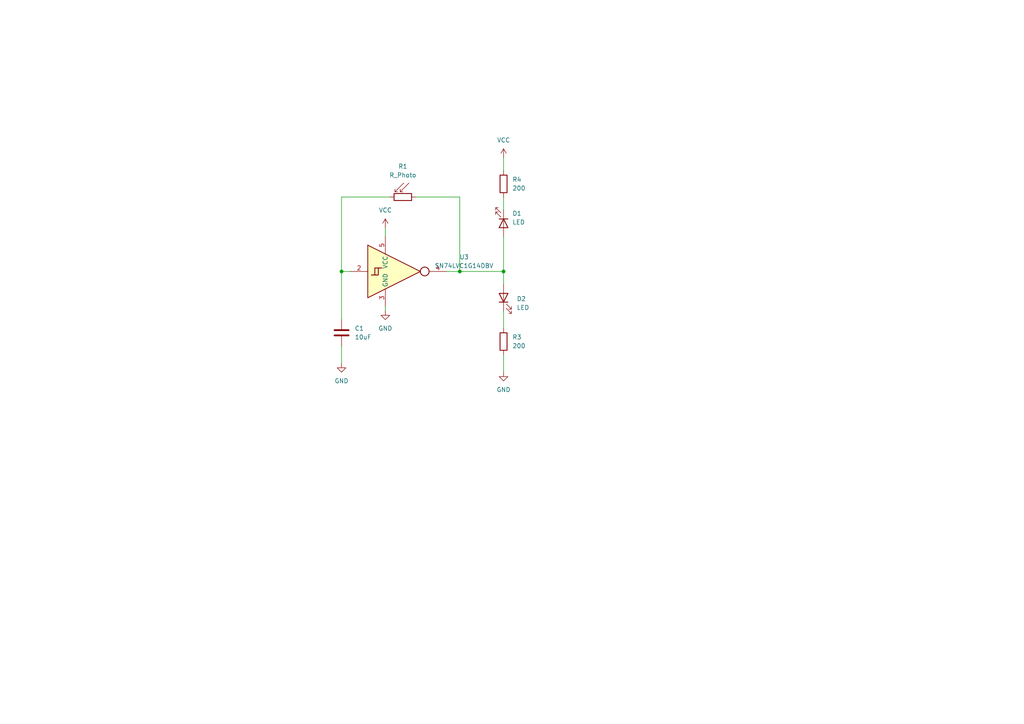
<source format=kicad_sch>
(kicad_sch (version 20230121) (generator eeschema)
  (paper "A4")
  (lib_symbols
    (symbol "74xGxx:SN74LVC1G14DBV"
      (property "Reference" "U" (at -5.08 10.16 0))
      (property "Value" "SN74LVC1G14DBV" (at 20.32 10.16 0))
      (symbol "SN74LVC1G14DBV_0_1"
        (polyline (pts (xy -2.032 1.016) (xy -1.016 1.016)) (stroke (width 0.254)) (fill (type background)))
        (polyline (pts (xy -5.08 7.62) (xy -5.08 -7.62) (xy 10.16 0) (xy -5.08 7.62)) (stroke (width 0.254)) (fill (type background)))
        (polyline (pts (xy -3.048 -1.016) (xy -3.048 1.016) (xy -2.032 1.016) (xy -2.032 -1.016) (xy -4.064 -1.016)) (stroke (width 0.254)) (fill (type background)))
        (circle (center 11.43 0) (radius 1.27) (stroke (width 0.254)))
      )
      (symbol "SN74LVC1G14DBV_1_1"
        (pin no_connect line (at 10.16 0 180) (length 5.08) hide (name "NC") (number "1"))
        (pin input line (at -10.16 0 0) (length 5.08) (name "~") (number "2"))
        (pin power_in line (at 0 -10.16 90) (length 5.08) (name "GND") (number "3"))
        (pin output line (at 17.78 0 180) (length 5.08) (name "~") (number "4"))
        (pin power_in line (at 0 10.16 270) (length 5.08) (name "VCC") (number "5"))
      )
    )
    (symbol "Device:C" (pin_numbers hide) (pin_names (offset 0.254))
      (property "Reference" "C" (at 0.635 2.54 0))
      (property "Value" "C" (at 0.635 -2.54 0))
      (symbol "C_0_1"
        (polyline (pts (xy -2.032 -0.762) (xy 2.032 -0.762)) (stroke (width 0.508)))
        (polyline (pts (xy -2.032 0.762) (xy 2.032 0.762)) (stroke (width 0.508)))
      )
      (symbol "C_1_1"
        (pin passive line (at 0 3.81 270) (length 2.794) (name "~") (number "1"))
        (pin passive line (at 0 -3.81 90) (length 2.794) (name "~") (number "2"))
      )
    )
    (symbol "Device:LED" (pin_numbers hide) (pin_names (offset 1.016) hide)
      (property "Reference" "D" (at 0 2.54 0))
      (property "Value" "LED" (at 0 -2.54 0))
      (symbol "LED_0_1"
        (polyline (pts (xy -1.27 -1.27) (xy -1.27 1.27)) (stroke (width 0.254)))
        (polyline (pts (xy -1.27 0) (xy 1.27 0)))
        (polyline (pts (xy 1.27 -1.27) (xy 1.27 1.27) (xy -1.27 0) (xy 1.27 -1.27)) (stroke (width 0.254)))
        (polyline (pts (xy -3.048 -0.762) (xy -4.572 -2.286) (xy -3.81 -2.286) (xy -4.572 -2.286) (xy -4.572 -1.524)))
        (polyline (pts (xy -1.778 -0.762) (xy -3.302 -2.286) (xy -2.54 -2.286) (xy -3.302 -2.286) (xy -3.302 -1.524)))
      )
      (symbol "LED_1_1"
        (pin passive line (at -3.81 0 0) (length 2.54) (name "K") (number "1"))
        (pin passive line (at 3.81 0 180) (length 2.54) (name "A") (number "2"))
      )
    )
    (symbol "Device:R" (pin_numbers hide) (pin_names (offset 0))
      (property "Reference" "R" (at 2.032 0 90))
      (property "Value" "R" (at 0 0 90))
      (symbol "R_0_1"
        (rectangle (start -1.016 -2.54) (end 1.016 2.54) (stroke (width 0.254)))
      )
      (symbol "R_1_1"
        (pin passive line (at 0 3.81 270) (length 1.27) (name "~") (number "1"))
        (pin passive line (at 0 -3.81 90) (length 1.27) (name "~") (number "2"))
      )
    )
    (symbol "Device:R_Photo" (pin_numbers hide) (pin_names (offset 0))
      (property "Reference" "R" (at 1.27 1.27 0))
      (property "Value" "R_Photo" (at 1.27 0 0))
      (symbol "R_Photo_0_1"
        (rectangle (start -1.016 2.54) (end 1.016 -2.54) (stroke (width 0.254)))
        (polyline (pts (xy -1.524 -2.286) (xy -4.064 0.254)))
        (polyline (pts (xy -1.524 -2.286) (xy -2.286 -2.286)))
        (polyline (pts (xy -1.524 -2.286) (xy -1.524 -1.524)))
        (polyline (pts (xy -1.524 -0.762) (xy -4.064 1.778)))
        (polyline (pts (xy -1.524 -0.762) (xy -2.286 -0.762)))
        (polyline (pts (xy -1.524 -0.762) (xy -1.524 0)))
      )
      (symbol "R_Photo_1_1"
        (pin passive line (at 0 3.81 270) (length 1.27) (name "~") (number "1"))
        (pin passive line (at 0 -3.81 90) (length 1.27) (name "~") (number "2"))
      )
    )
    (symbol "power:GND" (power) (pin_names (offset 0))
      (property "Value" "GND" (at 0 -3.81 0))
      (symbol "GND_0_1"
        (polyline (pts (xy 0 0) (xy 0 -1.27) (xy 1.27 -1.27) (xy 0 -2.54) (xy -1.27 -1.27) (xy 0 -1.27)))
      )
      (symbol "GND_1_1"
        (pin power_in line (at 0 0 270) (length 0) hide (name "GND") (number "1"))
      )
    )
    (symbol "power:VCC" (power) (pin_names (offset 0))
      (property "Value" "VCC" (at 0 3.81 0))
      (symbol "VCC_0_1"
        (polyline (pts (xy -0.762 1.27) (xy 0 2.54)))
        (polyline (pts (xy 0 0) (xy 0 2.54)))
        (polyline (pts (xy 0 2.54) (xy 0.762 1.27)))
      )
      (symbol "VCC_1_1"
        (pin power_in line (at 0 0 90) (length 0) hide (name "VCC") (number "1"))
      )
    )
  )
  (junction (at 146.05 78.74))
  (junction (at 99.06 78.74))
  (junction (at 133.35 78.74))
  (wire (pts (xy 129.54 78.74) (xy 133.35 78.74)))
  (wire (pts (xy 111.76 88.9) (xy 111.76 90.17)))
  (wire (pts (xy 99.06 57.15) (xy 99.06 78.74)))
  (wire (pts (xy 133.35 78.74) (xy 146.05 78.74)))
  (wire (pts (xy 111.76 66.04) (xy 111.76 68.58)))
  (wire (pts (xy 146.05 78.74) (xy 146.05 82.55)))
  (wire (pts (xy 146.05 90.17) (xy 146.05 95.25)))
  (wire (pts (xy 99.06 78.74) (xy 99.06 92.71)))
  (wire (pts (xy 99.06 78.74) (xy 101.6 78.74)))
  (wire (pts (xy 146.05 45.72) (xy 146.05 49.53)))
  (wire (pts (xy 133.35 57.15) (xy 120.65 57.15)))
  (wire (pts (xy 146.05 102.87) (xy 146.05 107.95)))
  (wire (pts (xy 133.35 57.15) (xy 133.35 78.74)))
  (wire (pts (xy 146.05 57.15) (xy 146.05 60.96)))
  (wire (pts (xy 113.03 57.15) (xy 99.06 57.15)))
  (wire (pts (xy 99.06 100.33) (xy 99.06 105.41)))
  (wire (pts (xy 146.05 68.58) (xy 146.05 78.74)))
  (symbol (lib_id "power:GND") (at 99.06 105.41 0) (unit 1)
    (property "Reference" "#PWR01" (effects hide))
    (property "Value" "GND" (at 99.06 110.49 0))
  )
  (symbol (lib_id "Device:R") (at 146.05 99.06 180) (unit 1)
    (property "Reference" "R3" (at 148.59 97.79 0) (effects (justify right)))
    (property "Value" "200" (at 148.59 100.33 0) (effects (justify right)))
  )
  (symbol (lib_id "power:GND") (at 146.05 107.95 0) (unit 1)
    (property "Reference" "#PWR02" (effects hide))
    (property "Value" "GND" (at 146.05 113.03 0))
  )
  (symbol (lib_id "power:GND") (at 111.76 90.17 0) (unit 1)
    (property "Reference" "#PWR05" (effects hide))
    (property "Value" "GND" (at 111.76 95.25 0))
  )
  (symbol (lib_id "74xGxx:SN74LVC1G14DBV") (at 111.76 78.74 0) (unit 1)
    (property "Reference" "U3" (at 134.62 74.5491 0))
    (property "Value" "SN74LVC1G14DBV" (at 134.62 77.0891 0))
    (property "Footprint" "Package_TO_SOT_SMD:SOT-23-5" (effects hide))
    (property "Datasheet" "http://www.ti.com/lit/ds/symlink/sn74lvc1g14.pdf" (effects hide))
  )
  (symbol (lib_id "Device:R_Photo") (at 116.84 57.15 270) (unit 1)
    (property "Reference" "R1" (at 116.84 48.26 90))
    (property "Value" "R_Photo" (at 116.84 50.8 90))
  )
  (symbol (lib_id "power:VCC") (at 111.76 66.04 0) (unit 1)
    (property "Reference" "#PWR04" (effects hide))
    (property "Value" "VCC" (at 111.76 60.96 0))
  )
  (symbol (lib_id "Device:LED") (at 146.05 64.77 270) (unit 1)
    (property "Reference" "D1" (at 148.59 61.9125 90) (effects (justify left)))
    (property "Value" "LED" (at 148.59 64.4525 90) (effects (justify left)))
  )
  (symbol (lib_id "Device:C") (at 99.06 96.52 0) (unit 1)
    (property "Reference" "C1" (at 102.87 95.25 0) (effects (justify left)))
    (property "Value" "10uF" (at 102.87 97.79 0) (effects (justify left)))
  )
  (symbol (lib_id "Device:LED") (at 146.05 86.36 90) (unit 1)
    (property "Reference" "D2" (at 149.86 86.6775 90) (effects (justify right)))
    (property "Value" "LED" (at 149.86 89.2175 90) (effects (justify right)))
  )
  (symbol (lib_id "power:VCC") (at 146.05 45.72 0) (unit 1)
    (property "Reference" "#PWR03" (effects hide))
    (property "Value" "VCC" (at 146.05 40.64 0))
  )
  (symbol (lib_id "Device:R") (at 146.05 53.34 180) (unit 1)
    (property "Reference" "R4" (at 148.59 52.07 0) (effects (justify right)))
    (property "Value" "200" (at 148.59 54.61 0) (effects (justify right)))
  )
)
</source>
